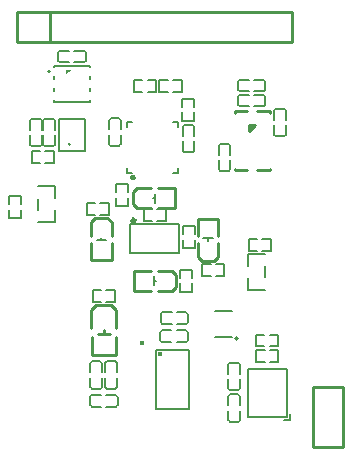
<source format=gto>
G04 Layer: TopSilkscreenLayer*
G04 EasyEDA Pro v2.1.57.773a98f1.225d47, 2024-05-26 20:13:35*
G04 Gerber Generator version 0.3*
G04 Scale: 100 percent, Rotated: No, Reflected: No*
G04 Dimensions in millimeters*
G04 Leading zeros omitted, absolute positions, 3 integers and 5 decimals*
%FSLAX35Y35*%
%MOMM*%
%ADD10C,0.2*%
%ADD11C,0.254*%
%ADD12C,0.15001*%
%ADD13C,0.15199*%
%ADD14C,0.1524*%
%ADD15C,0.3*%
%ADD16C,0.203*%
%ADD17C,0.4235*%
%ADD18C,0.42228*%
G75*


G04 PolygonModel Start*
G54D10*
G01X1847944Y-1397776D02*
G01X1847944Y-1437786D01*
G01X1847944Y-1437786D02*
G01X1807941Y-1437786D01*
G01X1457927Y-1437786D02*
G01X1417929Y-1437786D01*
G01X1417929Y-1437786D02*
G01X1417929Y-1397776D01*
G01X1417929Y-1047769D02*
G01X1417929Y-1007759D01*
G01X1417929Y-1007759D02*
G01X1457927Y-1007759D01*
G01X1847944Y-1047769D02*
G01X1847944Y-1007759D01*
G01X1847944Y-1007759D02*
G01X1807941Y-1007759D01*
G36*
G01X1491986Y-1476648D02*
G03X1491986Y-1476902I-25400J-127D01*
G01Y-1476648D01*
G37*
G54D11*
G01X2497011Y-1035370D02*
G01X2446211Y-1035370D01*
G01X2446211Y-1035370D02*
G01X2446211Y-1086170D01*
G01X2446211Y-1086170D02*
G01X2497011Y-1035370D01*
G01X2626551Y-926150D02*
G01X2626551Y-915990D01*
G01X2626551Y-915990D02*
G01X2517331Y-915990D01*
G01X2436051Y-915990D02*
G01X2326831Y-915990D01*
G01X2326831Y-915990D02*
G01X2326831Y-926150D01*
G01X2436051Y-1413830D02*
G01X2326831Y-1413830D01*
G01X2326831Y-1413830D02*
G01X2326831Y-1403670D01*
G01X2517331Y-1413830D02*
G01X2626551Y-1413830D01*
G01X2626551Y-1413830D02*
G01X2626551Y-1403670D01*
G54D12*
G01X795985Y-818549D02*
G01X795985Y-833121D01*
G01X795985Y-833121D02*
G01X1100785Y-833121D01*
G01X1100785Y-833121D02*
G01X1100785Y-818549D01*
G01X1100785Y-542887D02*
G01X1100785Y-528321D01*
G01X1100785Y-528321D02*
G01X795985Y-528321D01*
G01X1100785Y-642887D02*
G01X1100785Y-618554D01*
G01X1100785Y-742887D02*
G01X1100785Y-718554D01*
G01X795985Y-718554D02*
G01X795985Y-742887D01*
G01X795985Y-618554D02*
G01X795985Y-642887D01*
G01X795985Y-528321D02*
G01X795985Y-542887D01*
G36*
G01X951182Y-562082D02*
G01X900334Y-562021D01*
G01X900842Y-602661D01*
G01X951182Y-562082D01*
G37*
G54D13*
G01X841890Y-984490D02*
G01X841890Y-1249412D01*
G01X841890Y-1249412D02*
G01X1061854Y-1249412D01*
G01X1061854Y-1249412D02*
G01X1061854Y-979664D01*
G01X1061854Y-979664D02*
G01X841890Y-979664D01*
G54D14*
G01X1241821Y-2426640D02*
G01X1313625Y-2426640D01*
G01X1313625Y-2426640D02*
G01X1313625Y-2526360D01*
G01X1313625Y-2526360D02*
G01X1241821Y-2526360D01*
G01X1196579Y-2426640D02*
G01X1124776Y-2426640D01*
G01X1124776Y-2426640D02*
G01X1124776Y-2526360D01*
G01X1124776Y-2526360D02*
G01X1196579Y-2526360D01*
G54D11*
G01X1117473Y-2825623D02*
G01X1117473Y-2980563D01*
G01X1117473Y-2980563D02*
G01X1320673Y-2980563D01*
G01X1320673Y-2980563D02*
G01X1320673Y-2825623D01*
G01X1114933Y-2746883D02*
G01X1114933Y-2599563D01*
G01X1114933Y-2599563D02*
G01X1155573Y-2558923D01*
G01X1155573Y-2558923D02*
G01X1282573Y-2558923D01*
G01X1282573Y-2558923D02*
G01X1320673Y-2597023D01*
G01X1320673Y-2597023D02*
G01X1320673Y-2749423D01*
G01X1269200Y-2801300D02*
G01X1169175Y-2801300D01*
G01X1219200Y-2791308D02*
G01X1219200Y-2764409D01*
G54D10*
G01X2165185Y-2827800D02*
G01X2305190Y-2827800D01*
G01X2165185Y-2607800D02*
G01X2305190Y-2607800D01*
G01X2344280Y-2827221D02*
G03X2344534Y-2827221I127J-12502D01*
G54D14*
G01X1105840Y-3047970D02*
G01X1105840Y-3126979D01*
G01X1205560Y-3126979D02*
G01X1205560Y-3047970D01*
G01X1190320Y-3032730D02*
G01X1121080Y-3032730D01*
G01X1105840Y-3251230D02*
G01X1105840Y-3172221D01*
G01X1205560Y-3172221D02*
G01X1205560Y-3251230D01*
G01X1190320Y-3266470D02*
G01X1121080Y-3266470D01*
G01X1205560Y-3047970D02*
G03X1190320Y-3032730I-15240J0D01*
G01X1121080Y-3032730D02*
G03X1105840Y-3047970I0J-15240D01*
G01X1205560Y-3251230D02*
G02X1190320Y-3266470I-15240J0D01*
G01X1121080Y-3266470D02*
G02X1105840Y-3251230I0J15240D01*
G54D13*
G01X2743187Y-3530600D02*
G01X2793987Y-3530600D01*
G01X2793987Y-3530600D02*
G01X2793987Y-3479800D01*
G54D14*
G01X2771369Y-3504946D02*
G01X2438375Y-3504946D01*
G01X2438375Y-3504946D02*
G01X2438387Y-3098800D01*
G01X2438387Y-3098800D02*
G01X2603487Y-3098800D01*
G01X2603487Y-3098800D02*
G01X2768587Y-3098800D01*
G01X2768587Y-3098800D02*
G01X2771369Y-3504946D01*
G01X2373960Y-3530630D02*
G01X2373960Y-3451621D01*
G01X2274240Y-3451621D02*
G01X2274240Y-3530630D01*
G01X2289480Y-3545870D02*
G01X2358720Y-3545870D01*
G01X2373960Y-3327370D02*
G01X2373960Y-3406379D01*
G01X2274240Y-3406379D02*
G01X2274240Y-3327370D01*
G01X2289480Y-3312130D02*
G01X2358720Y-3312130D01*
G01X2274240Y-3530630D02*
G03X2289480Y-3545870I15240J0D01*
G01X2358720Y-3545870D02*
G03X2373960Y-3530630I0J15240D01*
G01X2274240Y-3327370D02*
G02X2289480Y-3312130I15240J0D01*
G01X2358720Y-3312130D02*
G02X2373960Y-3327370I0J-15240D01*
G01X2273588Y-3059176D02*
G01X2273588Y-3138185D01*
G01X2373308Y-3138185D02*
G01X2373308Y-3059176D01*
G01X2358068Y-3043936D02*
G01X2288828Y-3043936D01*
G01X2273588Y-3262437D02*
G01X2273588Y-3183428D01*
G01X2373308Y-3183428D02*
G01X2373308Y-3262437D01*
G01X2358068Y-3277677D02*
G01X2288828Y-3277677D01*
G01X2373308Y-3059176D02*
G03X2358068Y-3043936I-15240J0D01*
G01X2288828Y-3043936D02*
G03X2273588Y-3059176I0J-15240D01*
G01X2373308Y-3262437D02*
G02X2358068Y-3277677I-15240J0D01*
G01X2288828Y-3277677D02*
G02X2273588Y-3262437I0J15240D01*
G01X2578200Y-2906014D02*
G01X2506396Y-2906014D01*
G01X2506396Y-2906014D02*
G01X2506396Y-2806294D01*
G01X2506396Y-2806294D02*
G01X2578200Y-2806294D01*
G01X2623442Y-2906014D02*
G01X2695245Y-2906014D01*
G01X2695245Y-2906014D02*
G01X2695245Y-2806294D01*
G01X2695245Y-2806294D02*
G01X2623442Y-2806294D01*
G01X2580879Y-3034360D02*
G01X2509076Y-3034360D01*
G01X2509076Y-3034360D02*
G01X2509076Y-2934640D01*
G01X2509076Y-2934640D02*
G01X2580879Y-2934640D01*
G01X2626121Y-3034360D02*
G01X2697925Y-3034360D01*
G01X2697925Y-3034360D02*
G01X2697925Y-2934640D01*
G01X2697925Y-2934640D02*
G01X2626121Y-2934640D01*
G01X1663951Y-2935097D02*
G01X1942849Y-2935097D01*
G01X1942849Y-2935097D02*
G01X1942849Y-3440303D01*
G01X1942849Y-3440303D02*
G01X1663951Y-3440303D01*
G01X1663951Y-3440303D02*
G01X1663951Y-2935097D01*
G01X1590221Y-648640D02*
G01X1662025Y-648640D01*
G01X1662025Y-648640D02*
G01X1662025Y-748360D01*
G01X1662025Y-748360D02*
G01X1590221Y-748360D01*
G01X1544979Y-648640D02*
G01X1473176Y-648640D01*
G01X1473176Y-648640D02*
G01X1473176Y-748360D01*
G01X1473176Y-748360D02*
G01X1544979Y-748360D01*
G01X1760879Y-748360D02*
G01X1689076Y-748360D01*
G01X1689076Y-748360D02*
G01X1689076Y-648640D01*
G01X1689076Y-648640D02*
G01X1760879Y-648640D01*
G01X1806121Y-748360D02*
G01X1877925Y-748360D01*
G01X1877925Y-748360D02*
G01X1877925Y-648640D01*
G01X1877925Y-648640D02*
G01X1806121Y-648640D01*
G01X663979Y-1854421D02*
G01X809221Y-1854421D01*
G01X809221Y-1854421D02*
G01X809221Y-1751259D01*
G01X663979Y-1549179D02*
G01X809221Y-1549179D01*
G01X809221Y-1549179D02*
G01X809221Y-1652341D01*
G01X663979Y-1747340D02*
G01X663979Y-1656260D01*
G01X2587221Y-2120679D02*
G01X2441979Y-2120679D01*
G01X2441979Y-2120679D02*
G01X2441979Y-2223841D01*
G01X2587221Y-2425921D02*
G01X2441979Y-2425921D01*
G01X2441979Y-2425921D02*
G01X2441979Y-2322759D01*
G01X2587221Y-2227760D02*
G01X2587221Y-2318840D01*
G54D11*
G01X2814001Y-73000D02*
G01X2814001Y-327000D01*
G01X485999Y-73000D02*
G01X2814001Y-73000D01*
G01X763352Y-73000D02*
G01X763352Y-327000D01*
G01X485999Y-327000D02*
G01X2814001Y-327000D01*
G01X485999Y-73000D02*
G01X485999Y-327000D01*
G54D10*
G01X1441999Y-2118001D02*
G01X1441999Y-1881999D01*
G01X1441999Y-2118001D02*
G01X1858001Y-2118001D01*
G01X1858001Y-2118001D02*
G01X1858001Y-1881999D01*
G01X1440999Y-1871999D02*
G01X1856997Y-1871999D01*
G54D15*
G01X1473000Y-1854999D02*
G03X1472746Y-1854999I-127J15001D01*
G54D14*
G01X1332560Y-3126979D02*
G01X1332560Y-3047970D01*
G01X1332560Y-3047970D02*
G01X1317320Y-3032730D01*
G01X1317320Y-3032730D02*
G01X1248080Y-3032730D01*
G01X1248080Y-3032730D02*
G01X1232840Y-3047970D01*
G01X1232840Y-3047970D02*
G01X1232840Y-3126979D01*
G01X1332560Y-3172221D02*
G01X1332560Y-3251230D01*
G01X1332560Y-3251230D02*
G01X1317320Y-3266470D01*
G01X1317320Y-3266470D02*
G01X1248080Y-3266470D01*
G01X1248080Y-3266470D02*
G01X1232840Y-3251230D01*
G01X1232840Y-3251230D02*
G01X1232840Y-3172221D01*
G54D11*
G01X2186360Y-1823470D02*
G01X2013640Y-1823470D01*
G01X2013640Y-1823470D02*
G01X2013640Y-1970790D01*
G01X2186360Y-1823470D02*
G01X2186360Y-1970790D01*
G01X2013640Y-2029210D02*
G01X2013640Y-2146050D01*
G01X2186360Y-2031750D02*
G01X2186360Y-2146050D01*
G01X2186360Y-2146050D02*
G01X2150800Y-2181610D01*
G01X2150800Y-2181610D02*
G01X2049200Y-2181610D01*
G01X2049200Y-2181610D02*
G01X2013640Y-2146050D01*
G54D16*
G01X2140640Y-1992380D02*
G01X2061900Y-1992380D01*
G01X2100795Y-1992380D02*
G01X2100795Y-2009916D01*
G54D11*
G01X1113640Y-2176530D02*
G01X1286360Y-2176530D01*
G01X1286360Y-2176530D02*
G01X1286360Y-2029210D01*
G01X1113640Y-2176530D02*
G01X1113640Y-2029210D01*
G01X1286360Y-1970790D02*
G01X1286360Y-1853950D01*
G01X1113640Y-1968250D02*
G01X1113640Y-1853950D01*
G01X1113640Y-1853950D02*
G01X1149200Y-1818390D01*
G01X1149200Y-1818390D02*
G01X1250800Y-1818390D01*
G01X1250800Y-1818390D02*
G01X1286360Y-1853950D01*
G54D16*
G01X1159360Y-2007620D02*
G01X1238100Y-2007620D01*
G01X1199205Y-2007620D02*
G01X1199205Y-1990084D01*
G54D11*
G01X1826530Y-1736360D02*
G01X1826530Y-1563640D01*
G01X1826530Y-1563640D02*
G01X1679210Y-1563640D01*
G01X1826530Y-1736360D02*
G01X1679210Y-1736360D01*
G01X1620790Y-1563640D02*
G01X1503950Y-1563640D01*
G01X1618250Y-1736360D02*
G01X1503950Y-1736360D01*
G01X1503950Y-1736360D02*
G01X1468390Y-1700800D01*
G01X1468390Y-1700800D02*
G01X1468390Y-1599200D01*
G01X1468390Y-1599200D02*
G01X1503950Y-1563640D01*
G54D16*
G01X1657620Y-1690640D02*
G01X1657620Y-1611900D01*
G01X1657620Y-1650795D02*
G01X1640084Y-1650795D01*
G54D11*
G01X1473470Y-2263640D02*
G01X1473470Y-2436360D01*
G01X1473470Y-2436360D02*
G01X1620790Y-2436360D01*
G01X1473470Y-2263640D02*
G01X1620790Y-2263640D01*
G01X1679210Y-2436360D02*
G01X1796050Y-2436360D01*
G01X1681750Y-2263640D02*
G01X1796050Y-2263640D01*
G01X1796050Y-2263640D02*
G01X1831610Y-2299200D01*
G01X1831610Y-2299200D02*
G01X1831610Y-2400800D01*
G01X1831610Y-2400800D02*
G01X1796050Y-2436360D01*
G54D16*
G01X1642380Y-2309360D02*
G01X1642380Y-2388100D01*
G01X1642380Y-2349205D02*
G01X1659916Y-2349205D01*
G54D14*
G01X1886040Y-879079D02*
G01X1886040Y-807275D01*
G01X1886040Y-807275D02*
G01X1985760Y-807275D01*
G01X1985760Y-807275D02*
G01X1985760Y-879079D01*
G01X1886040Y-924321D02*
G01X1886040Y-996124D01*
G01X1886040Y-996124D02*
G01X1985760Y-996124D01*
G01X1985760Y-996124D02*
G01X1985760Y-924321D01*
G01X846763Y-501965D02*
G01X925772Y-501965D01*
G01X925772Y-402245D02*
G01X846763Y-402245D01*
G01X831523Y-417485D02*
G01X831523Y-486725D01*
G01X1050024Y-501965D02*
G01X971015Y-501965D01*
G01X971015Y-402245D02*
G01X1050024Y-402245D01*
G01X1065264Y-417485D02*
G01X1065264Y-486725D01*
G01X846763Y-402245D02*
G03X831523Y-417485I0J-15240D01*
G01X831523Y-486725D02*
G03X846763Y-501965I15240J0D01*
G01X1050024Y-402245D02*
G02X1065264Y-417485I0J-15240D01*
G01X1065264Y-486725D02*
G02X1050024Y-501965I-15240J0D01*
G01X519760Y-1749821D02*
G01X519760Y-1821624D01*
G01X519760Y-1821624D02*
G01X420040Y-1821624D01*
G01X420040Y-1821624D02*
G01X420040Y-1749821D01*
G01X519760Y-1704579D02*
G01X519760Y-1632775D01*
G01X519760Y-1632775D02*
G01X420040Y-1632775D01*
G01X420040Y-1632775D02*
G01X420040Y-1704579D01*
G01X2517379Y-2094560D02*
G01X2445576Y-2094560D01*
G01X2445576Y-2094560D02*
G01X2445576Y-1994840D01*
G01X2445576Y-1994840D02*
G01X2517379Y-1994840D01*
G01X2562621Y-2094560D02*
G01X2634425Y-2094560D01*
G01X2634425Y-2094560D02*
G01X2634425Y-1994840D01*
G01X2634425Y-1994840D02*
G01X2562621Y-1994840D01*
G01X1992960Y-2003821D02*
G01X1992960Y-2075624D01*
G01X1992960Y-2075624D02*
G01X1893240Y-2075624D01*
G01X1893240Y-2075624D02*
G01X1893240Y-2003821D01*
G01X1992960Y-1958579D02*
G01X1992960Y-1886775D01*
G01X1992960Y-1886775D02*
G01X1893240Y-1886775D01*
G01X1893240Y-1886775D02*
G01X1893240Y-1958579D01*
G01X1628379Y-1840560D02*
G01X1556576Y-1840560D01*
G01X1556576Y-1840560D02*
G01X1556576Y-1740840D01*
G01X1556576Y-1740840D02*
G01X1628379Y-1740840D01*
G01X1673621Y-1840560D02*
G01X1745425Y-1840560D01*
G01X1745425Y-1840560D02*
G01X1745425Y-1740840D01*
G01X1745425Y-1740840D02*
G01X1673621Y-1740840D01*
G01X1145779Y-1789760D02*
G01X1073976Y-1789760D01*
G01X1073976Y-1789760D02*
G01X1073976Y-1690040D01*
G01X1073976Y-1690040D02*
G01X1145779Y-1690040D01*
G01X1191021Y-1789760D02*
G01X1262825Y-1789760D01*
G01X1262825Y-1789760D02*
G01X1262825Y-1690040D01*
G01X1262825Y-1690040D02*
G01X1191021Y-1690040D01*
G01X1321740Y-1602979D02*
G01X1321740Y-1531175D01*
G01X1321740Y-1531175D02*
G01X1421460Y-1531175D01*
G01X1421460Y-1531175D02*
G01X1421460Y-1602979D01*
G01X1321740Y-1648221D02*
G01X1321740Y-1720024D01*
G01X1321740Y-1720024D02*
G01X1421460Y-1720024D01*
G01X1421460Y-1720024D02*
G01X1421460Y-1648221D01*
G01X1867840Y-2326879D02*
G01X1867840Y-2255075D01*
G01X1867840Y-2255075D02*
G01X1967560Y-2255075D01*
G01X1967560Y-2255075D02*
G01X1967560Y-2326879D01*
G01X1867840Y-2372121D02*
G01X1867840Y-2443924D01*
G01X1867840Y-2443924D02*
G01X1967560Y-2443924D01*
G01X1967560Y-2443924D02*
G01X1967560Y-2372121D01*
G01X2168921Y-2210740D02*
G01X2240725Y-2210740D01*
G01X2240725Y-2210740D02*
G01X2240725Y-2310460D01*
G01X2240725Y-2310460D02*
G01X2168921Y-2310460D01*
G01X2123679Y-2210740D02*
G01X2051876Y-2210740D01*
G01X2051876Y-2210740D02*
G01X2051876Y-2310460D01*
G01X2051876Y-2310460D02*
G01X2123679Y-2310460D01*
G01X1887875Y-1044939D02*
G01X1887875Y-1123949D01*
G01X1987595Y-1123949D02*
G01X1987595Y-1044939D01*
G01X1972355Y-1029699D02*
G01X1903115Y-1029699D01*
G01X1887875Y-1248200D02*
G01X1887875Y-1169191D01*
G01X1987595Y-1169191D02*
G01X1987595Y-1248200D01*
G01X1972355Y-1263440D02*
G01X1903115Y-1263440D01*
G01X1987595Y-1044939D02*
G03X1972355Y-1029699I-15240J0D01*
G01X1903115Y-1029699D02*
G03X1887875Y-1044939I0J-15240D01*
G01X1987595Y-1248200D02*
G02X1972355Y-1263440I-15240J0D01*
G01X1903115Y-1263440D02*
G02X1887875Y-1248200I0J15240D01*
G01X1263740Y-990570D02*
G01X1263740Y-1069579D01*
G01X1363460Y-1069579D02*
G01X1363460Y-990570D01*
G01X1348220Y-975330D02*
G01X1278980Y-975330D01*
G01X1263740Y-1193830D02*
G01X1263740Y-1114821D01*
G01X1363460Y-1114821D02*
G01X1363460Y-1193830D01*
G01X1348220Y-1209070D02*
G01X1278980Y-1209070D01*
G01X1363460Y-990570D02*
G03X1348220Y-975330I-15240J0D01*
G01X1278980Y-975330D02*
G03X1263740Y-990570I0J-15240D01*
G01X1363460Y-1193830D02*
G02X1348220Y-1209070I-15240J0D01*
G01X1278980Y-1209070D02*
G02X1263740Y-1193830I0J15240D01*
G01X808059Y-1197341D02*
G01X808059Y-1118332D01*
G01X708338Y-1118332D02*
G01X708338Y-1197341D01*
G01X723578Y-1212581D02*
G01X792819Y-1212581D01*
G01X808059Y-994080D02*
G01X808059Y-1073089D01*
G01X708338Y-1073089D02*
G01X708338Y-994080D01*
G01X723578Y-978840D02*
G01X792819Y-978840D01*
G01X708338Y-1197341D02*
G03X723578Y-1212581I15240J0D01*
G01X792819Y-1212581D02*
G03X808059Y-1197341I0J15240D01*
G01X708338Y-994080D02*
G02X723578Y-978840I15240J0D01*
G01X792819Y-978840D02*
G02X808059Y-994080I0J-15240D01*
G01X693759Y-1197341D02*
G01X693759Y-1118332D01*
G01X594038Y-1118332D02*
G01X594038Y-1197341D01*
G01X609278Y-1212581D02*
G01X678519Y-1212581D01*
G01X693759Y-994080D02*
G01X693759Y-1073089D01*
G01X594038Y-1073089D02*
G01X594038Y-994080D01*
G01X609278Y-978840D02*
G01X678519Y-978840D01*
G01X594038Y-1197341D02*
G03X609278Y-1212581I15240J0D01*
G01X678519Y-1212581D02*
G03X693759Y-1197341I0J15240D01*
G01X594038Y-994080D02*
G02X609278Y-978840I15240J0D01*
G01X678519Y-978840D02*
G02X693759Y-994080I0J-15240D01*
G01X725675Y-1255178D02*
G01X797478Y-1255178D01*
G01X797478Y-1255178D02*
G01X797478Y-1354898D01*
G01X797478Y-1354898D02*
G01X725675Y-1354898D01*
G01X680433Y-1255178D02*
G01X608629Y-1255178D01*
G01X608629Y-1255178D02*
G01X608629Y-1354898D01*
G01X608629Y-1354898D02*
G01X680433Y-1354898D01*
G01X2292315Y-1407975D02*
G01X2292315Y-1328966D01*
G01X2192595Y-1328966D02*
G01X2192595Y-1407975D01*
G01X2207835Y-1423215D02*
G01X2277075Y-1423215D01*
G01X2292315Y-1204714D02*
G01X2292315Y-1283724D01*
G01X2192595Y-1283724D02*
G01X2192595Y-1204714D01*
G01X2207835Y-1189474D02*
G01X2277075Y-1189474D01*
G01X2192595Y-1407975D02*
G03X2207835Y-1423215I15240J0D01*
G01X2277075Y-1423215D02*
G03X2292315Y-1407975I0J15240D01*
G01X2192595Y-1204714D02*
G02X2207835Y-1189474I15240J0D01*
G01X2277075Y-1189474D02*
G02X2292315Y-1204714I0J-15240D01*
G01X1320830Y-3315640D02*
G01X1241821Y-3315640D01*
G01X1241821Y-3415360D02*
G01X1320830Y-3415360D01*
G01X1336070Y-3400120D02*
G01X1336070Y-3330880D01*
G01X1117570Y-3315640D02*
G01X1196579Y-3315640D01*
G01X1196579Y-3415360D02*
G01X1117570Y-3415360D01*
G01X1102330Y-3400120D02*
G01X1102330Y-3330880D01*
G01X1320830Y-3415360D02*
G03X1336070Y-3400120I0J15240D01*
G01X1336070Y-3330880D02*
G03X1320830Y-3315640I-15240J0D01*
G01X1117570Y-3415360D02*
G02X1102330Y-3400120I0J15240D01*
G01X1102330Y-3330880D02*
G02X1117570Y-3315640I15240J0D01*
G01X1716324Y-2718714D02*
G01X1795333Y-2718714D01*
G01X1795333Y-2618994D02*
G01X1716324Y-2618994D01*
G01X1701084Y-2634234D02*
G01X1701084Y-2703474D01*
G01X1919585Y-2718714D02*
G01X1840575Y-2718714D01*
G01X1840575Y-2618994D02*
G01X1919585Y-2618994D01*
G01X1934825Y-2634234D02*
G01X1934825Y-2703474D01*
G01X1716324Y-2618994D02*
G03X1701084Y-2634234I0J-15240D01*
G01X1701084Y-2703474D02*
G03X1716324Y-2718714I15240J0D01*
G01X1919585Y-2618994D02*
G02X1934825Y-2634234I0J-15240D01*
G01X1934825Y-2703474D02*
G02X1919585Y-2718714I-15240J0D01*
G01X1712615Y-2871114D02*
G01X1791625Y-2871114D01*
G01X1791625Y-2771394D02*
G01X1712615Y-2771394D01*
G01X1697375Y-2786634D02*
G01X1697375Y-2855874D01*
G01X1915876Y-2871114D02*
G01X1836867Y-2871114D01*
G01X1836867Y-2771394D02*
G01X1915876Y-2771394D01*
G01X1931116Y-2786634D02*
G01X1931116Y-2855874D01*
G01X1712615Y-2771394D02*
G03X1697375Y-2786634I0J-15240D01*
G01X1697375Y-2855874D02*
G03X1712615Y-2871114I15240J0D01*
G01X1915876Y-2771394D02*
G02X1931116Y-2786634I0J-15240D01*
G01X1931116Y-2855874D02*
G02X1915876Y-2871114I-15240J0D01*
G01X2662495Y-908906D02*
G01X2662495Y-987915D01*
G01X2762215Y-987915D02*
G01X2762215Y-908906D01*
G01X2746975Y-893666D02*
G01X2677735Y-893666D01*
G01X2662495Y-1112167D02*
G01X2662495Y-1033158D01*
G01X2762215Y-1033158D02*
G01X2762215Y-1112167D01*
G01X2746975Y-1127407D02*
G01X2677735Y-1127407D01*
G01X2762215Y-908906D02*
G03X2746975Y-893666I-15240J0D01*
G01X2677735Y-893666D02*
G03X2662495Y-908906I0J-15240D01*
G01X2762215Y-1112167D02*
G02X2746975Y-1127407I-15240J0D01*
G01X2677735Y-1127407D02*
G02X2662495Y-1112167I0J15240D01*
G01X2369425Y-873605D02*
G01X2448434Y-873605D01*
G01X2448434Y-773885D02*
G01X2369425Y-773885D01*
G01X2354185Y-789125D02*
G01X2354185Y-858365D01*
G01X2572686Y-873605D02*
G01X2493676Y-873605D01*
G01X2493676Y-773885D02*
G01X2572686Y-773885D01*
G01X2587926Y-789125D02*
G01X2587926Y-858365D01*
G01X2369425Y-773885D02*
G03X2354185Y-789125I0J-15240D01*
G01X2354185Y-858365D02*
G03X2369425Y-873605I15240J0D01*
G01X2572686Y-773885D02*
G02X2587926Y-789125I0J-15240D01*
G01X2587926Y-858365D02*
G02X2572686Y-873605I-15240J0D01*
G01X2369425Y-746605D02*
G01X2448434Y-746605D01*
G01X2448434Y-646885D02*
G01X2369425Y-646885D01*
G01X2354185Y-662125D02*
G01X2354185Y-731365D01*
G01X2572686Y-746605D02*
G01X2493676Y-746605D01*
G01X2493676Y-646885D02*
G01X2572686Y-646885D01*
G01X2587926Y-662125D02*
G01X2587926Y-731365D01*
G01X2369425Y-646885D02*
G03X2354185Y-662125I0J-15240D01*
G01X2354185Y-731365D02*
G03X2369425Y-746605I15240J0D01*
G01X2572686Y-646885D02*
G02X2587926Y-662125I0J-15240D01*
G01X2587926Y-731365D02*
G02X2572686Y-746605I-15240J0D01*
G04 PolygonModel End*

G04 Rect Start*
G54D11*
G01X2993000Y-3754000D02*
G01X3247000Y-3754000D01*
G01Y-3246000D01*
G01X2993000D01*
G01Y-3754000D01*
G04 Rect End*

G04 Circle Start*
G54D10*
G01X747893Y-579105D02*
G03X767893Y-579105I10000J0D01*
G03X747893I-10000J0D01*
G54D12*
G01X920376Y-1194548D02*
G03X935362Y-1194548I7493J0D01*
G03X920376I-7493J0D01*
G54D18*
G01X1700051Y-2971197D03*
G01X1540877Y-2880138D03*
G04 Circle End*

M02*

</source>
